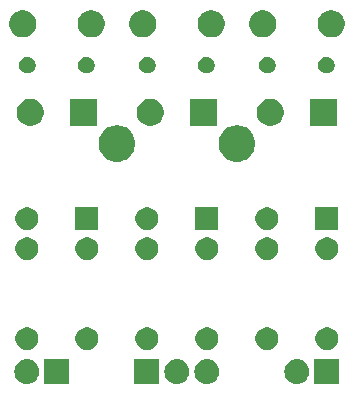
<source format=gbr>
G04 #@! TF.GenerationSoftware,KiCad,Pcbnew,5.0.1-33cea8e~66~ubuntu18.04.1*
G04 #@! TF.CreationDate,2018-10-18T18:44:20+09:00*
G04 #@! TF.ProjectId,relay_jacks,72656C61795F6A61636B732E6B696361,rev?*
G04 #@! TF.SameCoordinates,Original*
G04 #@! TF.FileFunction,Soldermask,Bot*
G04 #@! TF.FilePolarity,Negative*
%FSLAX46Y46*%
G04 Gerber Fmt 4.6, Leading zero omitted, Abs format (unit mm)*
G04 Created by KiCad (PCBNEW 5.0.1-33cea8e~66~ubuntu18.04.1) date 2018年10月18日 18時44分20秒*
%MOMM*%
%LPD*%
G01*
G04 APERTURE LIST*
%ADD10C,0.100000*%
G04 APERTURE END LIST*
D10*
G36*
X86902000Y-121700000D02*
X84802000Y-121700000D01*
X84802000Y-119600000D01*
X86902000Y-119600000D01*
X86902000Y-121700000D01*
X86902000Y-121700000D01*
G37*
G36*
X98680707Y-119607596D02*
X98757836Y-119615193D01*
X98889787Y-119655220D01*
X98955763Y-119675233D01*
X99138172Y-119772733D01*
X99298054Y-119903946D01*
X99429267Y-120063828D01*
X99526767Y-120246237D01*
X99526767Y-120246238D01*
X99586807Y-120444164D01*
X99607080Y-120650000D01*
X99586807Y-120855836D01*
X99546780Y-120987787D01*
X99526767Y-121053763D01*
X99429267Y-121236172D01*
X99298054Y-121396054D01*
X99138172Y-121527267D01*
X98955763Y-121624767D01*
X98889787Y-121644780D01*
X98757836Y-121684807D01*
X98680707Y-121692404D01*
X98603580Y-121700000D01*
X98500420Y-121700000D01*
X98423293Y-121692404D01*
X98346164Y-121684807D01*
X98214213Y-121644780D01*
X98148237Y-121624767D01*
X97965828Y-121527267D01*
X97805946Y-121396054D01*
X97674733Y-121236172D01*
X97577233Y-121053763D01*
X97557220Y-120987787D01*
X97517193Y-120855836D01*
X97496920Y-120650000D01*
X97517193Y-120444164D01*
X97577233Y-120246238D01*
X97577233Y-120246237D01*
X97674733Y-120063828D01*
X97805946Y-119903946D01*
X97965828Y-119772733D01*
X98148237Y-119675233D01*
X98214213Y-119655220D01*
X98346164Y-119615193D01*
X98423293Y-119607596D01*
X98500420Y-119600000D01*
X98603580Y-119600000D01*
X98680707Y-119607596D01*
X98680707Y-119607596D01*
G37*
G36*
X102142000Y-121700000D02*
X100042000Y-121700000D01*
X100042000Y-119600000D01*
X102142000Y-119600000D01*
X102142000Y-121700000D01*
X102142000Y-121700000D01*
G37*
G36*
X75820707Y-119607596D02*
X75897836Y-119615193D01*
X76029787Y-119655220D01*
X76095763Y-119675233D01*
X76278172Y-119772733D01*
X76438054Y-119903946D01*
X76569267Y-120063828D01*
X76666767Y-120246237D01*
X76666767Y-120246238D01*
X76726807Y-120444164D01*
X76747080Y-120650000D01*
X76726807Y-120855836D01*
X76686780Y-120987787D01*
X76666767Y-121053763D01*
X76569267Y-121236172D01*
X76438054Y-121396054D01*
X76278172Y-121527267D01*
X76095763Y-121624767D01*
X76029787Y-121644780D01*
X75897836Y-121684807D01*
X75820707Y-121692404D01*
X75743580Y-121700000D01*
X75640420Y-121700000D01*
X75563293Y-121692404D01*
X75486164Y-121684807D01*
X75354213Y-121644780D01*
X75288237Y-121624767D01*
X75105828Y-121527267D01*
X74945946Y-121396054D01*
X74814733Y-121236172D01*
X74717233Y-121053763D01*
X74697220Y-120987787D01*
X74657193Y-120855836D01*
X74636920Y-120650000D01*
X74657193Y-120444164D01*
X74717233Y-120246238D01*
X74717233Y-120246237D01*
X74814733Y-120063828D01*
X74945946Y-119903946D01*
X75105828Y-119772733D01*
X75288237Y-119675233D01*
X75354213Y-119655220D01*
X75486164Y-119615193D01*
X75563293Y-119607596D01*
X75640420Y-119600000D01*
X75743580Y-119600000D01*
X75820707Y-119607596D01*
X75820707Y-119607596D01*
G37*
G36*
X91060707Y-119607596D02*
X91137836Y-119615193D01*
X91269787Y-119655220D01*
X91335763Y-119675233D01*
X91518172Y-119772733D01*
X91678054Y-119903946D01*
X91809267Y-120063828D01*
X91906767Y-120246237D01*
X91906767Y-120246238D01*
X91966807Y-120444164D01*
X91987080Y-120650000D01*
X91966807Y-120855836D01*
X91926780Y-120987787D01*
X91906767Y-121053763D01*
X91809267Y-121236172D01*
X91678054Y-121396054D01*
X91518172Y-121527267D01*
X91335763Y-121624767D01*
X91269787Y-121644780D01*
X91137836Y-121684807D01*
X91060707Y-121692404D01*
X90983580Y-121700000D01*
X90880420Y-121700000D01*
X90803293Y-121692404D01*
X90726164Y-121684807D01*
X90594213Y-121644780D01*
X90528237Y-121624767D01*
X90345828Y-121527267D01*
X90185946Y-121396054D01*
X90054733Y-121236172D01*
X89957233Y-121053763D01*
X89937220Y-120987787D01*
X89897193Y-120855836D01*
X89876920Y-120650000D01*
X89897193Y-120444164D01*
X89957233Y-120246238D01*
X89957233Y-120246237D01*
X90054733Y-120063828D01*
X90185946Y-119903946D01*
X90345828Y-119772733D01*
X90528237Y-119675233D01*
X90594213Y-119655220D01*
X90726164Y-119615193D01*
X90803293Y-119607596D01*
X90880420Y-119600000D01*
X90983580Y-119600000D01*
X91060707Y-119607596D01*
X91060707Y-119607596D01*
G37*
G36*
X88520707Y-119607596D02*
X88597836Y-119615193D01*
X88729787Y-119655220D01*
X88795763Y-119675233D01*
X88978172Y-119772733D01*
X89138054Y-119903946D01*
X89269267Y-120063828D01*
X89366767Y-120246237D01*
X89366767Y-120246238D01*
X89426807Y-120444164D01*
X89447080Y-120650000D01*
X89426807Y-120855836D01*
X89386780Y-120987787D01*
X89366767Y-121053763D01*
X89269267Y-121236172D01*
X89138054Y-121396054D01*
X88978172Y-121527267D01*
X88795763Y-121624767D01*
X88729787Y-121644780D01*
X88597836Y-121684807D01*
X88520707Y-121692404D01*
X88443580Y-121700000D01*
X88340420Y-121700000D01*
X88263293Y-121692404D01*
X88186164Y-121684807D01*
X88054213Y-121644780D01*
X87988237Y-121624767D01*
X87805828Y-121527267D01*
X87645946Y-121396054D01*
X87514733Y-121236172D01*
X87417233Y-121053763D01*
X87397220Y-120987787D01*
X87357193Y-120855836D01*
X87336920Y-120650000D01*
X87357193Y-120444164D01*
X87417233Y-120246238D01*
X87417233Y-120246237D01*
X87514733Y-120063828D01*
X87645946Y-119903946D01*
X87805828Y-119772733D01*
X87988237Y-119675233D01*
X88054213Y-119655220D01*
X88186164Y-119615193D01*
X88263293Y-119607596D01*
X88340420Y-119600000D01*
X88443580Y-119600000D01*
X88520707Y-119607596D01*
X88520707Y-119607596D01*
G37*
G36*
X79282000Y-121700000D02*
X77182000Y-121700000D01*
X77182000Y-119600000D01*
X79282000Y-119600000D01*
X79282000Y-121700000D01*
X79282000Y-121700000D01*
G37*
G36*
X86132603Y-116930968D02*
X86132606Y-116930969D01*
X86132605Y-116930969D01*
X86307678Y-117003486D01*
X86307679Y-117003487D01*
X86465241Y-117108767D01*
X86599233Y-117242759D01*
X86599234Y-117242761D01*
X86704514Y-117400322D01*
X86760603Y-117535734D01*
X86777032Y-117575397D01*
X86814000Y-117761250D01*
X86814000Y-117950750D01*
X86777032Y-118136603D01*
X86777031Y-118136605D01*
X86704514Y-118311678D01*
X86704513Y-118311679D01*
X86599233Y-118469241D01*
X86465241Y-118603233D01*
X86385923Y-118656232D01*
X86307678Y-118708514D01*
X86172266Y-118764603D01*
X86132603Y-118781032D01*
X85946750Y-118818000D01*
X85757250Y-118818000D01*
X85571397Y-118781032D01*
X85531734Y-118764603D01*
X85396322Y-118708514D01*
X85318077Y-118656232D01*
X85238759Y-118603233D01*
X85104767Y-118469241D01*
X84999487Y-118311679D01*
X84999486Y-118311678D01*
X84926969Y-118136605D01*
X84926968Y-118136603D01*
X84890000Y-117950750D01*
X84890000Y-117761250D01*
X84926968Y-117575397D01*
X84943397Y-117535734D01*
X84999486Y-117400322D01*
X85104766Y-117242761D01*
X85104767Y-117242759D01*
X85238759Y-117108767D01*
X85396321Y-117003487D01*
X85396322Y-117003486D01*
X85571395Y-116930969D01*
X85571394Y-116930969D01*
X85571397Y-116930968D01*
X85757250Y-116894000D01*
X85946750Y-116894000D01*
X86132603Y-116930968D01*
X86132603Y-116930968D01*
G37*
G36*
X91212603Y-116930968D02*
X91212606Y-116930969D01*
X91212605Y-116930969D01*
X91387678Y-117003486D01*
X91387679Y-117003487D01*
X91545241Y-117108767D01*
X91679233Y-117242759D01*
X91679234Y-117242761D01*
X91784514Y-117400322D01*
X91840603Y-117535734D01*
X91857032Y-117575397D01*
X91894000Y-117761250D01*
X91894000Y-117950750D01*
X91857032Y-118136603D01*
X91857031Y-118136605D01*
X91784514Y-118311678D01*
X91784513Y-118311679D01*
X91679233Y-118469241D01*
X91545241Y-118603233D01*
X91465923Y-118656232D01*
X91387678Y-118708514D01*
X91252266Y-118764603D01*
X91212603Y-118781032D01*
X91026750Y-118818000D01*
X90837250Y-118818000D01*
X90651397Y-118781032D01*
X90611734Y-118764603D01*
X90476322Y-118708514D01*
X90398077Y-118656232D01*
X90318759Y-118603233D01*
X90184767Y-118469241D01*
X90079487Y-118311679D01*
X90079486Y-118311678D01*
X90006969Y-118136605D01*
X90006968Y-118136603D01*
X89970000Y-117950750D01*
X89970000Y-117761250D01*
X90006968Y-117575397D01*
X90023397Y-117535734D01*
X90079486Y-117400322D01*
X90184766Y-117242761D01*
X90184767Y-117242759D01*
X90318759Y-117108767D01*
X90476321Y-117003487D01*
X90476322Y-117003486D01*
X90651395Y-116930969D01*
X90651394Y-116930969D01*
X90651397Y-116930968D01*
X90837250Y-116894000D01*
X91026750Y-116894000D01*
X91212603Y-116930968D01*
X91212603Y-116930968D01*
G37*
G36*
X101372603Y-116930968D02*
X101372606Y-116930969D01*
X101372605Y-116930969D01*
X101547678Y-117003486D01*
X101547679Y-117003487D01*
X101705241Y-117108767D01*
X101839233Y-117242759D01*
X101839234Y-117242761D01*
X101944514Y-117400322D01*
X102000603Y-117535734D01*
X102017032Y-117575397D01*
X102054000Y-117761250D01*
X102054000Y-117950750D01*
X102017032Y-118136603D01*
X102017031Y-118136605D01*
X101944514Y-118311678D01*
X101944513Y-118311679D01*
X101839233Y-118469241D01*
X101705241Y-118603233D01*
X101625923Y-118656232D01*
X101547678Y-118708514D01*
X101412266Y-118764603D01*
X101372603Y-118781032D01*
X101186750Y-118818000D01*
X100997250Y-118818000D01*
X100811397Y-118781032D01*
X100771734Y-118764603D01*
X100636322Y-118708514D01*
X100558077Y-118656232D01*
X100478759Y-118603233D01*
X100344767Y-118469241D01*
X100239487Y-118311679D01*
X100239486Y-118311678D01*
X100166969Y-118136605D01*
X100166968Y-118136603D01*
X100130000Y-117950750D01*
X100130000Y-117761250D01*
X100166968Y-117575397D01*
X100183397Y-117535734D01*
X100239486Y-117400322D01*
X100344766Y-117242761D01*
X100344767Y-117242759D01*
X100478759Y-117108767D01*
X100636321Y-117003487D01*
X100636322Y-117003486D01*
X100811395Y-116930969D01*
X100811394Y-116930969D01*
X100811397Y-116930968D01*
X100997250Y-116894000D01*
X101186750Y-116894000D01*
X101372603Y-116930968D01*
X101372603Y-116930968D01*
G37*
G36*
X96292603Y-116930968D02*
X96292606Y-116930969D01*
X96292605Y-116930969D01*
X96467678Y-117003486D01*
X96467679Y-117003487D01*
X96625241Y-117108767D01*
X96759233Y-117242759D01*
X96759234Y-117242761D01*
X96864514Y-117400322D01*
X96920603Y-117535734D01*
X96937032Y-117575397D01*
X96974000Y-117761250D01*
X96974000Y-117950750D01*
X96937032Y-118136603D01*
X96937031Y-118136605D01*
X96864514Y-118311678D01*
X96864513Y-118311679D01*
X96759233Y-118469241D01*
X96625241Y-118603233D01*
X96545923Y-118656232D01*
X96467678Y-118708514D01*
X96332266Y-118764603D01*
X96292603Y-118781032D01*
X96106750Y-118818000D01*
X95917250Y-118818000D01*
X95731397Y-118781032D01*
X95691734Y-118764603D01*
X95556322Y-118708514D01*
X95478077Y-118656232D01*
X95398759Y-118603233D01*
X95264767Y-118469241D01*
X95159487Y-118311679D01*
X95159486Y-118311678D01*
X95086969Y-118136605D01*
X95086968Y-118136603D01*
X95050000Y-117950750D01*
X95050000Y-117761250D01*
X95086968Y-117575397D01*
X95103397Y-117535734D01*
X95159486Y-117400322D01*
X95264766Y-117242761D01*
X95264767Y-117242759D01*
X95398759Y-117108767D01*
X95556321Y-117003487D01*
X95556322Y-117003486D01*
X95731395Y-116930969D01*
X95731394Y-116930969D01*
X95731397Y-116930968D01*
X95917250Y-116894000D01*
X96106750Y-116894000D01*
X96292603Y-116930968D01*
X96292603Y-116930968D01*
G37*
G36*
X75972603Y-116930968D02*
X75972606Y-116930969D01*
X75972605Y-116930969D01*
X76147678Y-117003486D01*
X76147679Y-117003487D01*
X76305241Y-117108767D01*
X76439233Y-117242759D01*
X76439234Y-117242761D01*
X76544514Y-117400322D01*
X76600603Y-117535734D01*
X76617032Y-117575397D01*
X76654000Y-117761250D01*
X76654000Y-117950750D01*
X76617032Y-118136603D01*
X76617031Y-118136605D01*
X76544514Y-118311678D01*
X76544513Y-118311679D01*
X76439233Y-118469241D01*
X76305241Y-118603233D01*
X76225923Y-118656232D01*
X76147678Y-118708514D01*
X76012266Y-118764603D01*
X75972603Y-118781032D01*
X75786750Y-118818000D01*
X75597250Y-118818000D01*
X75411397Y-118781032D01*
X75371734Y-118764603D01*
X75236322Y-118708514D01*
X75158077Y-118656232D01*
X75078759Y-118603233D01*
X74944767Y-118469241D01*
X74839487Y-118311679D01*
X74839486Y-118311678D01*
X74766969Y-118136605D01*
X74766968Y-118136603D01*
X74730000Y-117950750D01*
X74730000Y-117761250D01*
X74766968Y-117575397D01*
X74783397Y-117535734D01*
X74839486Y-117400322D01*
X74944766Y-117242761D01*
X74944767Y-117242759D01*
X75078759Y-117108767D01*
X75236321Y-117003487D01*
X75236322Y-117003486D01*
X75411395Y-116930969D01*
X75411394Y-116930969D01*
X75411397Y-116930968D01*
X75597250Y-116894000D01*
X75786750Y-116894000D01*
X75972603Y-116930968D01*
X75972603Y-116930968D01*
G37*
G36*
X81052603Y-116930968D02*
X81052606Y-116930969D01*
X81052605Y-116930969D01*
X81227678Y-117003486D01*
X81227679Y-117003487D01*
X81385241Y-117108767D01*
X81519233Y-117242759D01*
X81519234Y-117242761D01*
X81624514Y-117400322D01*
X81680603Y-117535734D01*
X81697032Y-117575397D01*
X81734000Y-117761250D01*
X81734000Y-117950750D01*
X81697032Y-118136603D01*
X81697031Y-118136605D01*
X81624514Y-118311678D01*
X81624513Y-118311679D01*
X81519233Y-118469241D01*
X81385241Y-118603233D01*
X81305923Y-118656232D01*
X81227678Y-118708514D01*
X81092266Y-118764603D01*
X81052603Y-118781032D01*
X80866750Y-118818000D01*
X80677250Y-118818000D01*
X80491397Y-118781032D01*
X80451734Y-118764603D01*
X80316322Y-118708514D01*
X80238077Y-118656232D01*
X80158759Y-118603233D01*
X80024767Y-118469241D01*
X79919487Y-118311679D01*
X79919486Y-118311678D01*
X79846969Y-118136605D01*
X79846968Y-118136603D01*
X79810000Y-117950750D01*
X79810000Y-117761250D01*
X79846968Y-117575397D01*
X79863397Y-117535734D01*
X79919486Y-117400322D01*
X80024766Y-117242761D01*
X80024767Y-117242759D01*
X80158759Y-117108767D01*
X80316321Y-117003487D01*
X80316322Y-117003486D01*
X80491395Y-116930969D01*
X80491394Y-116930969D01*
X80491397Y-116930968D01*
X80677250Y-116894000D01*
X80866750Y-116894000D01*
X81052603Y-116930968D01*
X81052603Y-116930968D01*
G37*
G36*
X75972603Y-109310968D02*
X75972606Y-109310969D01*
X75972605Y-109310969D01*
X76147678Y-109383486D01*
X76147679Y-109383487D01*
X76305241Y-109488767D01*
X76439233Y-109622759D01*
X76439234Y-109622761D01*
X76544514Y-109780322D01*
X76600603Y-109915734D01*
X76617032Y-109955397D01*
X76654000Y-110141250D01*
X76654000Y-110330750D01*
X76617032Y-110516603D01*
X76617031Y-110516605D01*
X76544514Y-110691678D01*
X76544513Y-110691679D01*
X76439233Y-110849241D01*
X76305241Y-110983233D01*
X76225923Y-111036232D01*
X76147678Y-111088514D01*
X76012266Y-111144603D01*
X75972603Y-111161032D01*
X75786750Y-111198000D01*
X75597250Y-111198000D01*
X75411397Y-111161032D01*
X75371734Y-111144603D01*
X75236322Y-111088514D01*
X75158077Y-111036232D01*
X75078759Y-110983233D01*
X74944767Y-110849241D01*
X74839487Y-110691679D01*
X74839486Y-110691678D01*
X74766969Y-110516605D01*
X74766968Y-110516603D01*
X74730000Y-110330750D01*
X74730000Y-110141250D01*
X74766968Y-109955397D01*
X74783397Y-109915734D01*
X74839486Y-109780322D01*
X74944766Y-109622761D01*
X74944767Y-109622759D01*
X75078759Y-109488767D01*
X75236321Y-109383487D01*
X75236322Y-109383486D01*
X75411395Y-109310969D01*
X75411394Y-109310969D01*
X75411397Y-109310968D01*
X75597250Y-109274000D01*
X75786750Y-109274000D01*
X75972603Y-109310968D01*
X75972603Y-109310968D01*
G37*
G36*
X96292603Y-109310968D02*
X96292606Y-109310969D01*
X96292605Y-109310969D01*
X96467678Y-109383486D01*
X96467679Y-109383487D01*
X96625241Y-109488767D01*
X96759233Y-109622759D01*
X96759234Y-109622761D01*
X96864514Y-109780322D01*
X96920603Y-109915734D01*
X96937032Y-109955397D01*
X96974000Y-110141250D01*
X96974000Y-110330750D01*
X96937032Y-110516603D01*
X96937031Y-110516605D01*
X96864514Y-110691678D01*
X96864513Y-110691679D01*
X96759233Y-110849241D01*
X96625241Y-110983233D01*
X96545923Y-111036232D01*
X96467678Y-111088514D01*
X96332266Y-111144603D01*
X96292603Y-111161032D01*
X96106750Y-111198000D01*
X95917250Y-111198000D01*
X95731397Y-111161032D01*
X95691734Y-111144603D01*
X95556322Y-111088514D01*
X95478077Y-111036232D01*
X95398759Y-110983233D01*
X95264767Y-110849241D01*
X95159487Y-110691679D01*
X95159486Y-110691678D01*
X95086969Y-110516605D01*
X95086968Y-110516603D01*
X95050000Y-110330750D01*
X95050000Y-110141250D01*
X95086968Y-109955397D01*
X95103397Y-109915734D01*
X95159486Y-109780322D01*
X95264766Y-109622761D01*
X95264767Y-109622759D01*
X95398759Y-109488767D01*
X95556321Y-109383487D01*
X95556322Y-109383486D01*
X95731395Y-109310969D01*
X95731394Y-109310969D01*
X95731397Y-109310968D01*
X95917250Y-109274000D01*
X96106750Y-109274000D01*
X96292603Y-109310968D01*
X96292603Y-109310968D01*
G37*
G36*
X101372603Y-109310968D02*
X101372606Y-109310969D01*
X101372605Y-109310969D01*
X101547678Y-109383486D01*
X101547679Y-109383487D01*
X101705241Y-109488767D01*
X101839233Y-109622759D01*
X101839234Y-109622761D01*
X101944514Y-109780322D01*
X102000603Y-109915734D01*
X102017032Y-109955397D01*
X102054000Y-110141250D01*
X102054000Y-110330750D01*
X102017032Y-110516603D01*
X102017031Y-110516605D01*
X101944514Y-110691678D01*
X101944513Y-110691679D01*
X101839233Y-110849241D01*
X101705241Y-110983233D01*
X101625923Y-111036232D01*
X101547678Y-111088514D01*
X101412266Y-111144603D01*
X101372603Y-111161032D01*
X101186750Y-111198000D01*
X100997250Y-111198000D01*
X100811397Y-111161032D01*
X100771734Y-111144603D01*
X100636322Y-111088514D01*
X100558077Y-111036232D01*
X100478759Y-110983233D01*
X100344767Y-110849241D01*
X100239487Y-110691679D01*
X100239486Y-110691678D01*
X100166969Y-110516605D01*
X100166968Y-110516603D01*
X100130000Y-110330750D01*
X100130000Y-110141250D01*
X100166968Y-109955397D01*
X100183397Y-109915734D01*
X100239486Y-109780322D01*
X100344766Y-109622761D01*
X100344767Y-109622759D01*
X100478759Y-109488767D01*
X100636321Y-109383487D01*
X100636322Y-109383486D01*
X100811395Y-109310969D01*
X100811394Y-109310969D01*
X100811397Y-109310968D01*
X100997250Y-109274000D01*
X101186750Y-109274000D01*
X101372603Y-109310968D01*
X101372603Y-109310968D01*
G37*
G36*
X91212603Y-109310968D02*
X91212606Y-109310969D01*
X91212605Y-109310969D01*
X91387678Y-109383486D01*
X91387679Y-109383487D01*
X91545241Y-109488767D01*
X91679233Y-109622759D01*
X91679234Y-109622761D01*
X91784514Y-109780322D01*
X91840603Y-109915734D01*
X91857032Y-109955397D01*
X91894000Y-110141250D01*
X91894000Y-110330750D01*
X91857032Y-110516603D01*
X91857031Y-110516605D01*
X91784514Y-110691678D01*
X91784513Y-110691679D01*
X91679233Y-110849241D01*
X91545241Y-110983233D01*
X91465923Y-111036232D01*
X91387678Y-111088514D01*
X91252266Y-111144603D01*
X91212603Y-111161032D01*
X91026750Y-111198000D01*
X90837250Y-111198000D01*
X90651397Y-111161032D01*
X90611734Y-111144603D01*
X90476322Y-111088514D01*
X90398077Y-111036232D01*
X90318759Y-110983233D01*
X90184767Y-110849241D01*
X90079487Y-110691679D01*
X90079486Y-110691678D01*
X90006969Y-110516605D01*
X90006968Y-110516603D01*
X89970000Y-110330750D01*
X89970000Y-110141250D01*
X90006968Y-109955397D01*
X90023397Y-109915734D01*
X90079486Y-109780322D01*
X90184766Y-109622761D01*
X90184767Y-109622759D01*
X90318759Y-109488767D01*
X90476321Y-109383487D01*
X90476322Y-109383486D01*
X90651395Y-109310969D01*
X90651394Y-109310969D01*
X90651397Y-109310968D01*
X90837250Y-109274000D01*
X91026750Y-109274000D01*
X91212603Y-109310968D01*
X91212603Y-109310968D01*
G37*
G36*
X86132603Y-109310968D02*
X86132606Y-109310969D01*
X86132605Y-109310969D01*
X86307678Y-109383486D01*
X86307679Y-109383487D01*
X86465241Y-109488767D01*
X86599233Y-109622759D01*
X86599234Y-109622761D01*
X86704514Y-109780322D01*
X86760603Y-109915734D01*
X86777032Y-109955397D01*
X86814000Y-110141250D01*
X86814000Y-110330750D01*
X86777032Y-110516603D01*
X86777031Y-110516605D01*
X86704514Y-110691678D01*
X86704513Y-110691679D01*
X86599233Y-110849241D01*
X86465241Y-110983233D01*
X86385923Y-111036232D01*
X86307678Y-111088514D01*
X86172266Y-111144603D01*
X86132603Y-111161032D01*
X85946750Y-111198000D01*
X85757250Y-111198000D01*
X85571397Y-111161032D01*
X85531734Y-111144603D01*
X85396322Y-111088514D01*
X85318077Y-111036232D01*
X85238759Y-110983233D01*
X85104767Y-110849241D01*
X84999487Y-110691679D01*
X84999486Y-110691678D01*
X84926969Y-110516605D01*
X84926968Y-110516603D01*
X84890000Y-110330750D01*
X84890000Y-110141250D01*
X84926968Y-109955397D01*
X84943397Y-109915734D01*
X84999486Y-109780322D01*
X85104766Y-109622761D01*
X85104767Y-109622759D01*
X85238759Y-109488767D01*
X85396321Y-109383487D01*
X85396322Y-109383486D01*
X85571395Y-109310969D01*
X85571394Y-109310969D01*
X85571397Y-109310968D01*
X85757250Y-109274000D01*
X85946750Y-109274000D01*
X86132603Y-109310968D01*
X86132603Y-109310968D01*
G37*
G36*
X81052603Y-109310968D02*
X81052606Y-109310969D01*
X81052605Y-109310969D01*
X81227678Y-109383486D01*
X81227679Y-109383487D01*
X81385241Y-109488767D01*
X81519233Y-109622759D01*
X81519234Y-109622761D01*
X81624514Y-109780322D01*
X81680603Y-109915734D01*
X81697032Y-109955397D01*
X81734000Y-110141250D01*
X81734000Y-110330750D01*
X81697032Y-110516603D01*
X81697031Y-110516605D01*
X81624514Y-110691678D01*
X81624513Y-110691679D01*
X81519233Y-110849241D01*
X81385241Y-110983233D01*
X81305923Y-111036232D01*
X81227678Y-111088514D01*
X81092266Y-111144603D01*
X81052603Y-111161032D01*
X80866750Y-111198000D01*
X80677250Y-111198000D01*
X80491397Y-111161032D01*
X80451734Y-111144603D01*
X80316322Y-111088514D01*
X80238077Y-111036232D01*
X80158759Y-110983233D01*
X80024767Y-110849241D01*
X79919487Y-110691679D01*
X79919486Y-110691678D01*
X79846969Y-110516605D01*
X79846968Y-110516603D01*
X79810000Y-110330750D01*
X79810000Y-110141250D01*
X79846968Y-109955397D01*
X79863397Y-109915734D01*
X79919486Y-109780322D01*
X80024766Y-109622761D01*
X80024767Y-109622759D01*
X80158759Y-109488767D01*
X80316321Y-109383487D01*
X80316322Y-109383486D01*
X80491395Y-109310969D01*
X80491394Y-109310969D01*
X80491397Y-109310968D01*
X80677250Y-109274000D01*
X80866750Y-109274000D01*
X81052603Y-109310968D01*
X81052603Y-109310968D01*
G37*
G36*
X86132603Y-106770968D02*
X86132606Y-106770969D01*
X86132605Y-106770969D01*
X86307678Y-106843486D01*
X86307679Y-106843487D01*
X86465241Y-106948767D01*
X86599233Y-107082759D01*
X86599234Y-107082761D01*
X86704514Y-107240322D01*
X86760603Y-107375734D01*
X86777032Y-107415397D01*
X86814000Y-107601250D01*
X86814000Y-107790750D01*
X86777032Y-107976603D01*
X86777031Y-107976605D01*
X86704514Y-108151678D01*
X86704513Y-108151679D01*
X86599233Y-108309241D01*
X86465241Y-108443233D01*
X86385923Y-108496232D01*
X86307678Y-108548514D01*
X86172266Y-108604603D01*
X86132603Y-108621032D01*
X85946750Y-108658000D01*
X85757250Y-108658000D01*
X85571397Y-108621032D01*
X85531734Y-108604603D01*
X85396322Y-108548514D01*
X85318077Y-108496232D01*
X85238759Y-108443233D01*
X85104767Y-108309241D01*
X84999487Y-108151679D01*
X84999486Y-108151678D01*
X84926969Y-107976605D01*
X84926968Y-107976603D01*
X84890000Y-107790750D01*
X84890000Y-107601250D01*
X84926968Y-107415397D01*
X84943397Y-107375734D01*
X84999486Y-107240322D01*
X85104766Y-107082761D01*
X85104767Y-107082759D01*
X85238759Y-106948767D01*
X85396321Y-106843487D01*
X85396322Y-106843486D01*
X85571395Y-106770969D01*
X85571394Y-106770969D01*
X85571397Y-106770968D01*
X85757250Y-106734000D01*
X85946750Y-106734000D01*
X86132603Y-106770968D01*
X86132603Y-106770968D01*
G37*
G36*
X91894000Y-108658000D02*
X89970000Y-108658000D01*
X89970000Y-106734000D01*
X91894000Y-106734000D01*
X91894000Y-108658000D01*
X91894000Y-108658000D01*
G37*
G36*
X96292603Y-106770968D02*
X96292606Y-106770969D01*
X96292605Y-106770969D01*
X96467678Y-106843486D01*
X96467679Y-106843487D01*
X96625241Y-106948767D01*
X96759233Y-107082759D01*
X96759234Y-107082761D01*
X96864514Y-107240322D01*
X96920603Y-107375734D01*
X96937032Y-107415397D01*
X96974000Y-107601250D01*
X96974000Y-107790750D01*
X96937032Y-107976603D01*
X96937031Y-107976605D01*
X96864514Y-108151678D01*
X96864513Y-108151679D01*
X96759233Y-108309241D01*
X96625241Y-108443233D01*
X96545923Y-108496232D01*
X96467678Y-108548514D01*
X96332266Y-108604603D01*
X96292603Y-108621032D01*
X96106750Y-108658000D01*
X95917250Y-108658000D01*
X95731397Y-108621032D01*
X95691734Y-108604603D01*
X95556322Y-108548514D01*
X95478077Y-108496232D01*
X95398759Y-108443233D01*
X95264767Y-108309241D01*
X95159487Y-108151679D01*
X95159486Y-108151678D01*
X95086969Y-107976605D01*
X95086968Y-107976603D01*
X95050000Y-107790750D01*
X95050000Y-107601250D01*
X95086968Y-107415397D01*
X95103397Y-107375734D01*
X95159486Y-107240322D01*
X95264766Y-107082761D01*
X95264767Y-107082759D01*
X95398759Y-106948767D01*
X95556321Y-106843487D01*
X95556322Y-106843486D01*
X95731395Y-106770969D01*
X95731394Y-106770969D01*
X95731397Y-106770968D01*
X95917250Y-106734000D01*
X96106750Y-106734000D01*
X96292603Y-106770968D01*
X96292603Y-106770968D01*
G37*
G36*
X81734000Y-108658000D02*
X79810000Y-108658000D01*
X79810000Y-106734000D01*
X81734000Y-106734000D01*
X81734000Y-108658000D01*
X81734000Y-108658000D01*
G37*
G36*
X102054000Y-108658000D02*
X100130000Y-108658000D01*
X100130000Y-106734000D01*
X102054000Y-106734000D01*
X102054000Y-108658000D01*
X102054000Y-108658000D01*
G37*
G36*
X75972603Y-106770968D02*
X75972606Y-106770969D01*
X75972605Y-106770969D01*
X76147678Y-106843486D01*
X76147679Y-106843487D01*
X76305241Y-106948767D01*
X76439233Y-107082759D01*
X76439234Y-107082761D01*
X76544514Y-107240322D01*
X76600603Y-107375734D01*
X76617032Y-107415397D01*
X76654000Y-107601250D01*
X76654000Y-107790750D01*
X76617032Y-107976603D01*
X76617031Y-107976605D01*
X76544514Y-108151678D01*
X76544513Y-108151679D01*
X76439233Y-108309241D01*
X76305241Y-108443233D01*
X76225923Y-108496232D01*
X76147678Y-108548514D01*
X76012266Y-108604603D01*
X75972603Y-108621032D01*
X75786750Y-108658000D01*
X75597250Y-108658000D01*
X75411397Y-108621032D01*
X75371734Y-108604603D01*
X75236322Y-108548514D01*
X75158077Y-108496232D01*
X75078759Y-108443233D01*
X74944767Y-108309241D01*
X74839487Y-108151679D01*
X74839486Y-108151678D01*
X74766969Y-107976605D01*
X74766968Y-107976603D01*
X74730000Y-107790750D01*
X74730000Y-107601250D01*
X74766968Y-107415397D01*
X74783397Y-107375734D01*
X74839486Y-107240322D01*
X74944766Y-107082761D01*
X74944767Y-107082759D01*
X75078759Y-106948767D01*
X75236321Y-106843487D01*
X75236322Y-106843486D01*
X75411395Y-106770969D01*
X75411394Y-106770969D01*
X75411397Y-106770968D01*
X75597250Y-106734000D01*
X75786750Y-106734000D01*
X75972603Y-106770968D01*
X75972603Y-106770968D01*
G37*
G36*
X93724481Y-99815855D02*
X93924118Y-99855565D01*
X94112173Y-99933460D01*
X94206201Y-99972408D01*
X94460071Y-100142038D01*
X94675962Y-100357929D01*
X94845592Y-100611799D01*
X94845592Y-100611800D01*
X94962435Y-100893882D01*
X95022000Y-101193338D01*
X95022000Y-101498662D01*
X94962435Y-101798118D01*
X94884540Y-101986173D01*
X94845592Y-102080201D01*
X94675962Y-102334071D01*
X94460071Y-102549962D01*
X94206201Y-102719592D01*
X94112173Y-102758540D01*
X93924118Y-102836435D01*
X93724481Y-102876145D01*
X93624663Y-102896000D01*
X93319337Y-102896000D01*
X93219519Y-102876145D01*
X93019882Y-102836435D01*
X92831827Y-102758540D01*
X92737799Y-102719592D01*
X92483929Y-102549962D01*
X92268038Y-102334071D01*
X92098408Y-102080201D01*
X92059460Y-101986173D01*
X91981565Y-101798118D01*
X91922000Y-101498662D01*
X91922000Y-101193338D01*
X91981565Y-100893882D01*
X92098408Y-100611800D01*
X92098408Y-100611799D01*
X92268038Y-100357929D01*
X92483929Y-100142038D01*
X92737799Y-99972408D01*
X92831827Y-99933460D01*
X93019882Y-99855565D01*
X93219519Y-99815855D01*
X93319337Y-99796000D01*
X93624663Y-99796000D01*
X93724481Y-99815855D01*
X93724481Y-99815855D01*
G37*
G36*
X83564481Y-99815855D02*
X83764118Y-99855565D01*
X83952173Y-99933460D01*
X84046201Y-99972408D01*
X84300071Y-100142038D01*
X84515962Y-100357929D01*
X84685592Y-100611799D01*
X84685592Y-100611800D01*
X84802435Y-100893882D01*
X84862000Y-101193338D01*
X84862000Y-101498662D01*
X84802435Y-101798118D01*
X84724540Y-101986173D01*
X84685592Y-102080201D01*
X84515962Y-102334071D01*
X84300071Y-102549962D01*
X84046201Y-102719592D01*
X83952173Y-102758540D01*
X83764118Y-102836435D01*
X83564481Y-102876145D01*
X83464663Y-102896000D01*
X83159337Y-102896000D01*
X83059519Y-102876145D01*
X82859882Y-102836435D01*
X82671827Y-102758540D01*
X82577799Y-102719592D01*
X82323929Y-102549962D01*
X82108038Y-102334071D01*
X81938408Y-102080201D01*
X81899460Y-101986173D01*
X81821565Y-101798118D01*
X81762000Y-101498662D01*
X81762000Y-101193338D01*
X81821565Y-100893882D01*
X81938408Y-100611800D01*
X81938408Y-100611799D01*
X82108038Y-100357929D01*
X82323929Y-100142038D01*
X82577799Y-99972408D01*
X82671827Y-99933460D01*
X82859882Y-99855565D01*
X83059519Y-99815855D01*
X83159337Y-99796000D01*
X83464663Y-99796000D01*
X83564481Y-99815855D01*
X83564481Y-99815855D01*
G37*
G36*
X86477443Y-97596194D02*
X86686728Y-97682883D01*
X86875085Y-97808739D01*
X87035261Y-97968915D01*
X87161117Y-98157272D01*
X87247806Y-98366557D01*
X87292000Y-98588734D01*
X87292000Y-98815266D01*
X87247806Y-99037443D01*
X87161117Y-99246728D01*
X87035261Y-99435085D01*
X86875085Y-99595261D01*
X86686728Y-99721117D01*
X86477443Y-99807806D01*
X86255266Y-99852000D01*
X86028734Y-99852000D01*
X85806557Y-99807806D01*
X85597272Y-99721117D01*
X85408915Y-99595261D01*
X85248739Y-99435085D01*
X85122883Y-99246728D01*
X85036194Y-99037443D01*
X84992000Y-98815266D01*
X84992000Y-98588734D01*
X85036194Y-98366557D01*
X85122883Y-98157272D01*
X85248739Y-97968915D01*
X85408915Y-97808739D01*
X85597272Y-97682883D01*
X85806557Y-97596194D01*
X86028734Y-97552000D01*
X86255266Y-97552000D01*
X86477443Y-97596194D01*
X86477443Y-97596194D01*
G37*
G36*
X101952000Y-99852000D02*
X99652000Y-99852000D01*
X99652000Y-97552000D01*
X101952000Y-97552000D01*
X101952000Y-99852000D01*
X101952000Y-99852000D01*
G37*
G36*
X96637443Y-97596194D02*
X96846728Y-97682883D01*
X97035085Y-97808739D01*
X97195261Y-97968915D01*
X97321117Y-98157272D01*
X97407806Y-98366557D01*
X97452000Y-98588734D01*
X97452000Y-98815266D01*
X97407806Y-99037443D01*
X97321117Y-99246728D01*
X97195261Y-99435085D01*
X97035085Y-99595261D01*
X96846728Y-99721117D01*
X96637443Y-99807806D01*
X96415266Y-99852000D01*
X96188734Y-99852000D01*
X95966557Y-99807806D01*
X95757272Y-99721117D01*
X95568915Y-99595261D01*
X95408739Y-99435085D01*
X95282883Y-99246728D01*
X95196194Y-99037443D01*
X95152000Y-98815266D01*
X95152000Y-98588734D01*
X95196194Y-98366557D01*
X95282883Y-98157272D01*
X95408739Y-97968915D01*
X95568915Y-97808739D01*
X95757272Y-97682883D01*
X95966557Y-97596194D01*
X96188734Y-97552000D01*
X96415266Y-97552000D01*
X96637443Y-97596194D01*
X96637443Y-97596194D01*
G37*
G36*
X91792000Y-99852000D02*
X89492000Y-99852000D01*
X89492000Y-97552000D01*
X91792000Y-97552000D01*
X91792000Y-99852000D01*
X91792000Y-99852000D01*
G37*
G36*
X81632000Y-99852000D02*
X79332000Y-99852000D01*
X79332000Y-97552000D01*
X81632000Y-97552000D01*
X81632000Y-99852000D01*
X81632000Y-99852000D01*
G37*
G36*
X76317443Y-97596194D02*
X76526728Y-97682883D01*
X76715085Y-97808739D01*
X76875261Y-97968915D01*
X77001117Y-98157272D01*
X77087806Y-98366557D01*
X77132000Y-98588734D01*
X77132000Y-98815266D01*
X77087806Y-99037443D01*
X77001117Y-99246728D01*
X76875261Y-99435085D01*
X76715085Y-99595261D01*
X76526728Y-99721117D01*
X76317443Y-99807806D01*
X76095266Y-99852000D01*
X75868734Y-99852000D01*
X75646557Y-99807806D01*
X75437272Y-99721117D01*
X75248915Y-99595261D01*
X75088739Y-99435085D01*
X74962883Y-99246728D01*
X74876194Y-99037443D01*
X74832000Y-98815266D01*
X74832000Y-98588734D01*
X74876194Y-98366557D01*
X74962883Y-98157272D01*
X75088739Y-97968915D01*
X75248915Y-97808739D01*
X75437272Y-97682883D01*
X75646557Y-97596194D01*
X75868734Y-97552000D01*
X76095266Y-97552000D01*
X76317443Y-97596194D01*
X76317443Y-97596194D01*
G37*
G36*
X75936183Y-94028900D02*
X76063574Y-94081668D01*
X76178225Y-94158275D01*
X76275725Y-94255775D01*
X76352332Y-94370426D01*
X76405100Y-94497817D01*
X76432000Y-94633055D01*
X76432000Y-94770945D01*
X76405100Y-94906183D01*
X76352332Y-95033574D01*
X76275725Y-95148225D01*
X76178225Y-95245725D01*
X76063574Y-95322332D01*
X75936183Y-95375100D01*
X75800945Y-95402000D01*
X75663055Y-95402000D01*
X75527817Y-95375100D01*
X75400426Y-95322332D01*
X75285775Y-95245725D01*
X75188275Y-95148225D01*
X75111668Y-95033574D01*
X75058900Y-94906183D01*
X75032000Y-94770945D01*
X75032000Y-94633055D01*
X75058900Y-94497817D01*
X75111668Y-94370426D01*
X75188275Y-94255775D01*
X75285775Y-94158275D01*
X75400426Y-94081668D01*
X75527817Y-94028900D01*
X75663055Y-94002000D01*
X75800945Y-94002000D01*
X75936183Y-94028900D01*
X75936183Y-94028900D01*
G37*
G36*
X91096183Y-94028900D02*
X91223574Y-94081668D01*
X91338225Y-94158275D01*
X91435725Y-94255775D01*
X91512332Y-94370426D01*
X91565100Y-94497817D01*
X91592000Y-94633055D01*
X91592000Y-94770945D01*
X91565100Y-94906183D01*
X91512332Y-95033574D01*
X91435725Y-95148225D01*
X91338225Y-95245725D01*
X91223574Y-95322332D01*
X91096183Y-95375100D01*
X90960945Y-95402000D01*
X90823055Y-95402000D01*
X90687817Y-95375100D01*
X90560426Y-95322332D01*
X90445775Y-95245725D01*
X90348275Y-95148225D01*
X90271668Y-95033574D01*
X90218900Y-94906183D01*
X90192000Y-94770945D01*
X90192000Y-94633055D01*
X90218900Y-94497817D01*
X90271668Y-94370426D01*
X90348275Y-94255775D01*
X90445775Y-94158275D01*
X90560426Y-94081668D01*
X90687817Y-94028900D01*
X90823055Y-94002000D01*
X90960945Y-94002000D01*
X91096183Y-94028900D01*
X91096183Y-94028900D01*
G37*
G36*
X96256183Y-94028900D02*
X96383574Y-94081668D01*
X96498225Y-94158275D01*
X96595725Y-94255775D01*
X96672332Y-94370426D01*
X96725100Y-94497817D01*
X96752000Y-94633055D01*
X96752000Y-94770945D01*
X96725100Y-94906183D01*
X96672332Y-95033574D01*
X96595725Y-95148225D01*
X96498225Y-95245725D01*
X96383574Y-95322332D01*
X96256183Y-95375100D01*
X96120945Y-95402000D01*
X95983055Y-95402000D01*
X95847817Y-95375100D01*
X95720426Y-95322332D01*
X95605775Y-95245725D01*
X95508275Y-95148225D01*
X95431668Y-95033574D01*
X95378900Y-94906183D01*
X95352000Y-94770945D01*
X95352000Y-94633055D01*
X95378900Y-94497817D01*
X95431668Y-94370426D01*
X95508275Y-94255775D01*
X95605775Y-94158275D01*
X95720426Y-94081668D01*
X95847817Y-94028900D01*
X95983055Y-94002000D01*
X96120945Y-94002000D01*
X96256183Y-94028900D01*
X96256183Y-94028900D01*
G37*
G36*
X101256183Y-94028900D02*
X101383574Y-94081668D01*
X101498225Y-94158275D01*
X101595725Y-94255775D01*
X101672332Y-94370426D01*
X101725100Y-94497817D01*
X101752000Y-94633055D01*
X101752000Y-94770945D01*
X101725100Y-94906183D01*
X101672332Y-95033574D01*
X101595725Y-95148225D01*
X101498225Y-95245725D01*
X101383574Y-95322332D01*
X101256183Y-95375100D01*
X101120945Y-95402000D01*
X100983055Y-95402000D01*
X100847817Y-95375100D01*
X100720426Y-95322332D01*
X100605775Y-95245725D01*
X100508275Y-95148225D01*
X100431668Y-95033574D01*
X100378900Y-94906183D01*
X100352000Y-94770945D01*
X100352000Y-94633055D01*
X100378900Y-94497817D01*
X100431668Y-94370426D01*
X100508275Y-94255775D01*
X100605775Y-94158275D01*
X100720426Y-94081668D01*
X100847817Y-94028900D01*
X100983055Y-94002000D01*
X101120945Y-94002000D01*
X101256183Y-94028900D01*
X101256183Y-94028900D01*
G37*
G36*
X80936183Y-94028900D02*
X81063574Y-94081668D01*
X81178225Y-94158275D01*
X81275725Y-94255775D01*
X81352332Y-94370426D01*
X81405100Y-94497817D01*
X81432000Y-94633055D01*
X81432000Y-94770945D01*
X81405100Y-94906183D01*
X81352332Y-95033574D01*
X81275725Y-95148225D01*
X81178225Y-95245725D01*
X81063574Y-95322332D01*
X80936183Y-95375100D01*
X80800945Y-95402000D01*
X80663055Y-95402000D01*
X80527817Y-95375100D01*
X80400426Y-95322332D01*
X80285775Y-95245725D01*
X80188275Y-95148225D01*
X80111668Y-95033574D01*
X80058900Y-94906183D01*
X80032000Y-94770945D01*
X80032000Y-94633055D01*
X80058900Y-94497817D01*
X80111668Y-94370426D01*
X80188275Y-94255775D01*
X80285775Y-94158275D01*
X80400426Y-94081668D01*
X80527817Y-94028900D01*
X80663055Y-94002000D01*
X80800945Y-94002000D01*
X80936183Y-94028900D01*
X80936183Y-94028900D01*
G37*
G36*
X86096183Y-94028900D02*
X86223574Y-94081668D01*
X86338225Y-94158275D01*
X86435725Y-94255775D01*
X86512332Y-94370426D01*
X86565100Y-94497817D01*
X86592000Y-94633055D01*
X86592000Y-94770945D01*
X86565100Y-94906183D01*
X86512332Y-95033574D01*
X86435725Y-95148225D01*
X86338225Y-95245725D01*
X86223574Y-95322332D01*
X86096183Y-95375100D01*
X85960945Y-95402000D01*
X85823055Y-95402000D01*
X85687817Y-95375100D01*
X85560426Y-95322332D01*
X85445775Y-95245725D01*
X85348275Y-95148225D01*
X85271668Y-95033574D01*
X85218900Y-94906183D01*
X85192000Y-94770945D01*
X85192000Y-94633055D01*
X85218900Y-94497817D01*
X85271668Y-94370426D01*
X85348275Y-94255775D01*
X85445775Y-94158275D01*
X85560426Y-94081668D01*
X85687817Y-94028900D01*
X85823055Y-94002000D01*
X85960945Y-94002000D01*
X86096183Y-94028900D01*
X86096183Y-94028900D01*
G37*
G36*
X101787443Y-90096194D02*
X101996728Y-90182883D01*
X102185085Y-90308739D01*
X102345261Y-90468915D01*
X102471117Y-90657272D01*
X102557806Y-90866557D01*
X102602000Y-91088734D01*
X102602000Y-91315266D01*
X102557806Y-91537443D01*
X102471117Y-91746728D01*
X102345261Y-91935085D01*
X102185085Y-92095261D01*
X101996728Y-92221117D01*
X101787443Y-92307806D01*
X101565266Y-92352000D01*
X101338734Y-92352000D01*
X101116557Y-92307806D01*
X100907272Y-92221117D01*
X100718915Y-92095261D01*
X100558739Y-91935085D01*
X100432883Y-91746728D01*
X100346194Y-91537443D01*
X100302000Y-91315266D01*
X100302000Y-91088734D01*
X100346194Y-90866557D01*
X100432883Y-90657272D01*
X100558739Y-90468915D01*
X100718915Y-90308739D01*
X100907272Y-90182883D01*
X101116557Y-90096194D01*
X101338734Y-90052000D01*
X101565266Y-90052000D01*
X101787443Y-90096194D01*
X101787443Y-90096194D01*
G37*
G36*
X95987443Y-90096194D02*
X96196728Y-90182883D01*
X96385085Y-90308739D01*
X96545261Y-90468915D01*
X96671117Y-90657272D01*
X96757806Y-90866557D01*
X96802000Y-91088734D01*
X96802000Y-91315266D01*
X96757806Y-91537443D01*
X96671117Y-91746728D01*
X96545261Y-91935085D01*
X96385085Y-92095261D01*
X96196728Y-92221117D01*
X95987443Y-92307806D01*
X95765266Y-92352000D01*
X95538734Y-92352000D01*
X95316557Y-92307806D01*
X95107272Y-92221117D01*
X94918915Y-92095261D01*
X94758739Y-91935085D01*
X94632883Y-91746728D01*
X94546194Y-91537443D01*
X94502000Y-91315266D01*
X94502000Y-91088734D01*
X94546194Y-90866557D01*
X94632883Y-90657272D01*
X94758739Y-90468915D01*
X94918915Y-90308739D01*
X95107272Y-90182883D01*
X95316557Y-90096194D01*
X95538734Y-90052000D01*
X95765266Y-90052000D01*
X95987443Y-90096194D01*
X95987443Y-90096194D01*
G37*
G36*
X91627443Y-90096194D02*
X91836728Y-90182883D01*
X92025085Y-90308739D01*
X92185261Y-90468915D01*
X92311117Y-90657272D01*
X92397806Y-90866557D01*
X92442000Y-91088734D01*
X92442000Y-91315266D01*
X92397806Y-91537443D01*
X92311117Y-91746728D01*
X92185261Y-91935085D01*
X92025085Y-92095261D01*
X91836728Y-92221117D01*
X91627443Y-92307806D01*
X91405266Y-92352000D01*
X91178734Y-92352000D01*
X90956557Y-92307806D01*
X90747272Y-92221117D01*
X90558915Y-92095261D01*
X90398739Y-91935085D01*
X90272883Y-91746728D01*
X90186194Y-91537443D01*
X90142000Y-91315266D01*
X90142000Y-91088734D01*
X90186194Y-90866557D01*
X90272883Y-90657272D01*
X90398739Y-90468915D01*
X90558915Y-90308739D01*
X90747272Y-90182883D01*
X90956557Y-90096194D01*
X91178734Y-90052000D01*
X91405266Y-90052000D01*
X91627443Y-90096194D01*
X91627443Y-90096194D01*
G37*
G36*
X85827443Y-90096194D02*
X86036728Y-90182883D01*
X86225085Y-90308739D01*
X86385261Y-90468915D01*
X86511117Y-90657272D01*
X86597806Y-90866557D01*
X86642000Y-91088734D01*
X86642000Y-91315266D01*
X86597806Y-91537443D01*
X86511117Y-91746728D01*
X86385261Y-91935085D01*
X86225085Y-92095261D01*
X86036728Y-92221117D01*
X85827443Y-92307806D01*
X85605266Y-92352000D01*
X85378734Y-92352000D01*
X85156557Y-92307806D01*
X84947272Y-92221117D01*
X84758915Y-92095261D01*
X84598739Y-91935085D01*
X84472883Y-91746728D01*
X84386194Y-91537443D01*
X84342000Y-91315266D01*
X84342000Y-91088734D01*
X84386194Y-90866557D01*
X84472883Y-90657272D01*
X84598739Y-90468915D01*
X84758915Y-90308739D01*
X84947272Y-90182883D01*
X85156557Y-90096194D01*
X85378734Y-90052000D01*
X85605266Y-90052000D01*
X85827443Y-90096194D01*
X85827443Y-90096194D01*
G37*
G36*
X81467443Y-90096194D02*
X81676728Y-90182883D01*
X81865085Y-90308739D01*
X82025261Y-90468915D01*
X82151117Y-90657272D01*
X82237806Y-90866557D01*
X82282000Y-91088734D01*
X82282000Y-91315266D01*
X82237806Y-91537443D01*
X82151117Y-91746728D01*
X82025261Y-91935085D01*
X81865085Y-92095261D01*
X81676728Y-92221117D01*
X81467443Y-92307806D01*
X81245266Y-92352000D01*
X81018734Y-92352000D01*
X80796557Y-92307806D01*
X80587272Y-92221117D01*
X80398915Y-92095261D01*
X80238739Y-91935085D01*
X80112883Y-91746728D01*
X80026194Y-91537443D01*
X79982000Y-91315266D01*
X79982000Y-91088734D01*
X80026194Y-90866557D01*
X80112883Y-90657272D01*
X80238739Y-90468915D01*
X80398915Y-90308739D01*
X80587272Y-90182883D01*
X80796557Y-90096194D01*
X81018734Y-90052000D01*
X81245266Y-90052000D01*
X81467443Y-90096194D01*
X81467443Y-90096194D01*
G37*
G36*
X75667443Y-90096194D02*
X75876728Y-90182883D01*
X76065085Y-90308739D01*
X76225261Y-90468915D01*
X76351117Y-90657272D01*
X76437806Y-90866557D01*
X76482000Y-91088734D01*
X76482000Y-91315266D01*
X76437806Y-91537443D01*
X76351117Y-91746728D01*
X76225261Y-91935085D01*
X76065085Y-92095261D01*
X75876728Y-92221117D01*
X75667443Y-92307806D01*
X75445266Y-92352000D01*
X75218734Y-92352000D01*
X74996557Y-92307806D01*
X74787272Y-92221117D01*
X74598915Y-92095261D01*
X74438739Y-91935085D01*
X74312883Y-91746728D01*
X74226194Y-91537443D01*
X74182000Y-91315266D01*
X74182000Y-91088734D01*
X74226194Y-90866557D01*
X74312883Y-90657272D01*
X74438739Y-90468915D01*
X74598915Y-90308739D01*
X74787272Y-90182883D01*
X74996557Y-90096194D01*
X75218734Y-90052000D01*
X75445266Y-90052000D01*
X75667443Y-90096194D01*
X75667443Y-90096194D01*
G37*
M02*

</source>
